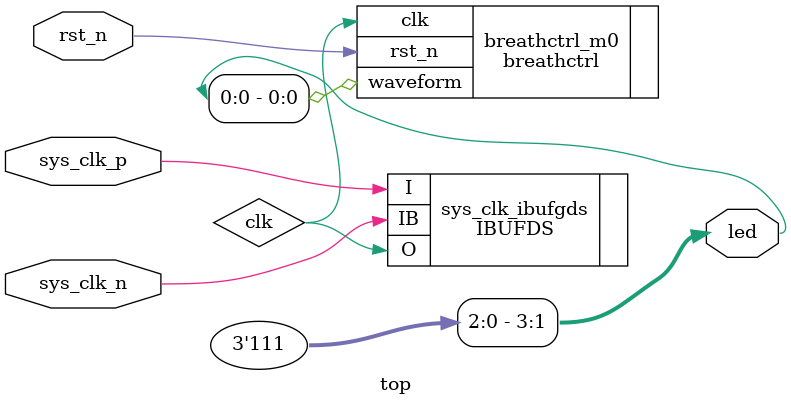
<source format=v>


module top(
input               sys_clk_p,
input               sys_clk_n,
input               rst_n,
output  wire [3:0]   led
    );



assign led[3:1] = 3'b111;  
wire    clk;

IBUFDS sys_clk_ibufgds 
(
 .I (sys_clk_p  ),
 .IB(sys_clk_n  ),
 .O (clk        )
   );
    

 
    
breathctrl breathctrl_m0(
.clk	 (clk	 )	,
.rst_n	 (rst_n	 )	,
.waveform(led[0])
    );
    
    
    
    
    
    
    
    
endmodule

</source>
